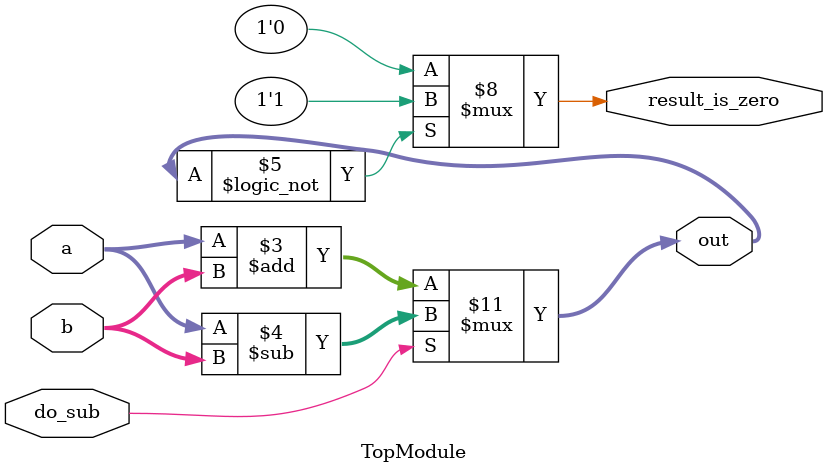
<source format=sv>
module TopModule (
    input logic do_sub,                  // 1-bit control signal for addition/subtraction
    input logic [7:0] a,                 // 8-bit input operand 'a'
    input logic [7:0] b,                 // 8-bit input operand 'b'
    output logic [7:0] out,               // 8-bit result of the operation
    output logic result_is_zero           // 1-bit flag indicating if result is zero
);

    // Define behavior for combinational logic
    always @(*) begin
        // Perform operation based on do_sub control signal
        if (do_sub == 1'b0) begin
            out = a + b;               // Perform addition
        end else begin
            out = a - b;               // Perform subtraction
        end

        // Set result_is_zero flag based on the result
        if (out == 8'b0) begin
            result_is_zero = 1'b1;     // Set flag if result is zero
        end else begin
            result_is_zero = 1'b0;     // Reset flag otherwise
        end
    end

    // Define initial states for simulation purposes
    initial begin
        out = 8'b0;                    // Initialize output to zero
        result_is_zero = 1'b0;         // Initialize zero flag to low
    end

endmodule
</source>
